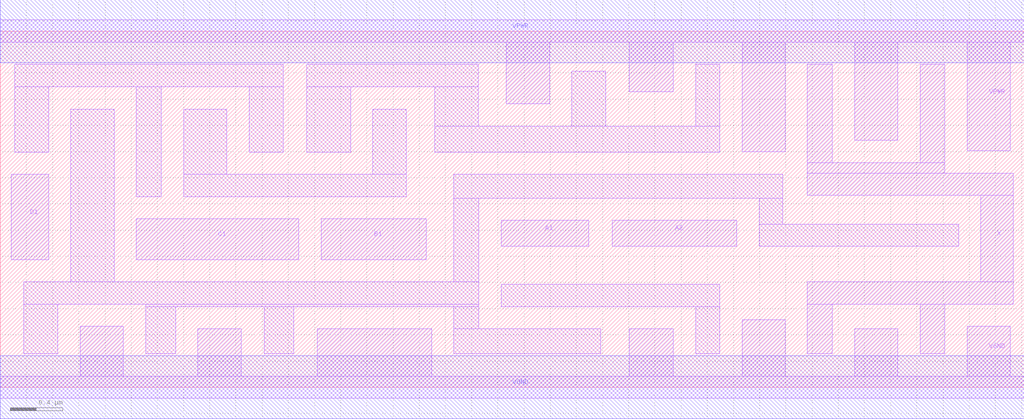
<source format=lef>
# Copyright 2020 The SkyWater PDK Authors
#
# Licensed under the Apache License, Version 2.0 (the "License");
# you may not use this file except in compliance with the License.
# You may obtain a copy of the License at
#
#     https://www.apache.org/licenses/LICENSE-2.0
#
# Unless required by applicable law or agreed to in writing, software
# distributed under the License is distributed on an "AS IS" BASIS,
# WITHOUT WARRANTIES OR CONDITIONS OF ANY KIND, either express or implied.
# See the License for the specific language governing permissions and
# limitations under the License.
#
# SPDX-License-Identifier: Apache-2.0

VERSION 5.5 ;
NAMESCASESENSITIVE ON ;
BUSBITCHARS "[]" ;
DIVIDERCHAR "/" ;
MACRO sky130_fd_sc_hd__a2111o_4
  CLASS CORE ;
  SOURCE USER ;
  ORIGIN  0.000000  0.000000 ;
  SIZE  7.820000 BY  2.720000 ;
  SYMMETRY X Y R90 ;
  SITE unithd ;
  PIN A1
    ANTENNAGATEAREA  0.495000 ;
    DIRECTION INPUT ;
    USE SIGNAL ;
    PORT
      LAYER li1 ;
        RECT 3.825000 1.075000 4.495000 1.275000 ;
    END
  END A1
  PIN A2
    ANTENNAGATEAREA  0.495000 ;
    DIRECTION INPUT ;
    USE SIGNAL ;
    PORT
      LAYER li1 ;
        RECT 4.675000 1.075000 5.625000 1.275000 ;
    END
  END A2
  PIN B1
    ANTENNAGATEAREA  0.495000 ;
    DIRECTION INPUT ;
    USE SIGNAL ;
    PORT
      LAYER li1 ;
        RECT 2.450000 0.975000 3.255000 1.285000 ;
    END
  END B1
  PIN C1
    ANTENNAGATEAREA  0.495000 ;
    DIRECTION INPUT ;
    USE SIGNAL ;
    PORT
      LAYER li1 ;
        RECT 1.040000 0.975000 2.280000 1.285000 ;
    END
  END C1
  PIN D1
    ANTENNAGATEAREA  0.495000 ;
    DIRECTION INPUT ;
    USE SIGNAL ;
    PORT
      LAYER li1 ;
        RECT 0.085000 0.975000 0.370000 1.625000 ;
    END
  END D1
  PIN X
    ANTENNADIFFAREA  0.924000 ;
    DIRECTION OUTPUT ;
    USE SIGNAL ;
    PORT
      LAYER li1 ;
        RECT 6.165000 0.255000 6.355000 0.635000 ;
        RECT 6.165000 0.635000 7.735000 0.805000 ;
        RECT 6.165000 1.465000 7.735000 1.635000 ;
        RECT 6.165000 1.635000 7.215000 1.715000 ;
        RECT 6.165000 1.715000 6.355000 2.465000 ;
        RECT 7.025000 0.255000 7.215000 0.635000 ;
        RECT 7.025000 1.715000 7.215000 2.465000 ;
        RECT 7.490000 0.805000 7.735000 1.465000 ;
    END
  END X
  PIN VGND
    DIRECTION INOUT ;
    SHAPE ABUTMENT ;
    USE GROUND ;
    PORT
      LAYER li1 ;
        RECT 0.000000 -0.085000 7.820000 0.085000 ;
        RECT 0.610000  0.085000 0.940000 0.465000 ;
        RECT 1.510000  0.085000 1.840000 0.445000 ;
        RECT 2.420000  0.085000 3.295000 0.445000 ;
        RECT 4.805000  0.085000 5.140000 0.445000 ;
        RECT 5.665000  0.085000 5.995000 0.515000 ;
        RECT 6.525000  0.085000 6.855000 0.445000 ;
        RECT 7.385000  0.085000 7.715000 0.465000 ;
    END
    PORT
      LAYER met1 ;
        RECT 0.000000 -0.240000 7.820000 0.240000 ;
    END
  END VGND
  PIN VNB
    DIRECTION INOUT ;
    USE GROUND ;
    PORT
    END
  END VNB
  PIN VPB
    DIRECTION INOUT ;
    USE POWER ;
    PORT
    END
  END VPB
  PIN VPWR
    DIRECTION INOUT ;
    SHAPE ABUTMENT ;
    USE POWER ;
    PORT
      LAYER li1 ;
        RECT 0.000000 2.635000 7.820000 2.805000 ;
        RECT 3.865000 2.165000 4.195000 2.635000 ;
        RECT 4.805000 2.255000 5.140000 2.635000 ;
        RECT 5.665000 1.800000 5.995000 2.635000 ;
        RECT 6.525000 1.885000 6.855000 2.635000 ;
        RECT 7.385000 1.805000 7.715000 2.635000 ;
    END
    PORT
      LAYER met1 ;
        RECT 0.000000 2.480000 7.820000 2.960000 ;
    END
  END VPWR
  OBS
    LAYER li1 ;
      RECT 0.110000 1.795000 0.370000 2.295000 ;
      RECT 0.110000 2.295000 2.160000 2.465000 ;
      RECT 0.180000 0.255000 0.440000 0.635000 ;
      RECT 0.180000 0.635000 3.655000 0.805000 ;
      RECT 0.540000 0.805000 0.870000 2.125000 ;
      RECT 1.040000 1.455000 1.230000 2.295000 ;
      RECT 1.110000 0.255000 1.340000 0.615000 ;
      RECT 1.110000 0.615000 3.655000 0.635000 ;
      RECT 1.400000 1.455000 3.100000 1.625000 ;
      RECT 1.400000 1.625000 1.730000 2.125000 ;
      RECT 1.900000 1.795000 2.160000 2.295000 ;
      RECT 2.015000 0.255000 2.240000 0.615000 ;
      RECT 2.340000 1.795000 2.675000 2.295000 ;
      RECT 2.340000 2.295000 3.650000 2.465000 ;
      RECT 2.845000 1.625000 3.100000 2.125000 ;
      RECT 3.320000 1.795000 5.495000 1.995000 ;
      RECT 3.320000 1.995000 3.650000 2.295000 ;
      RECT 3.465000 0.255000 4.585000 0.445000 ;
      RECT 3.465000 0.445000 3.655000 0.615000 ;
      RECT 3.465000 0.805000 3.655000 1.445000 ;
      RECT 3.465000 1.445000 5.975000 1.625000 ;
      RECT 3.825000 0.615000 5.495000 0.785000 ;
      RECT 4.365000 1.995000 4.625000 2.415000 ;
      RECT 5.310000 0.255000 5.495000 0.615000 ;
      RECT 5.310000 1.995000 5.495000 2.465000 ;
      RECT 5.795000 1.075000 7.320000 1.245000 ;
      RECT 5.795000 1.245000 5.975000 1.445000 ;
  END
END sky130_fd_sc_hd__a2111o_4
END LIBRARY

</source>
